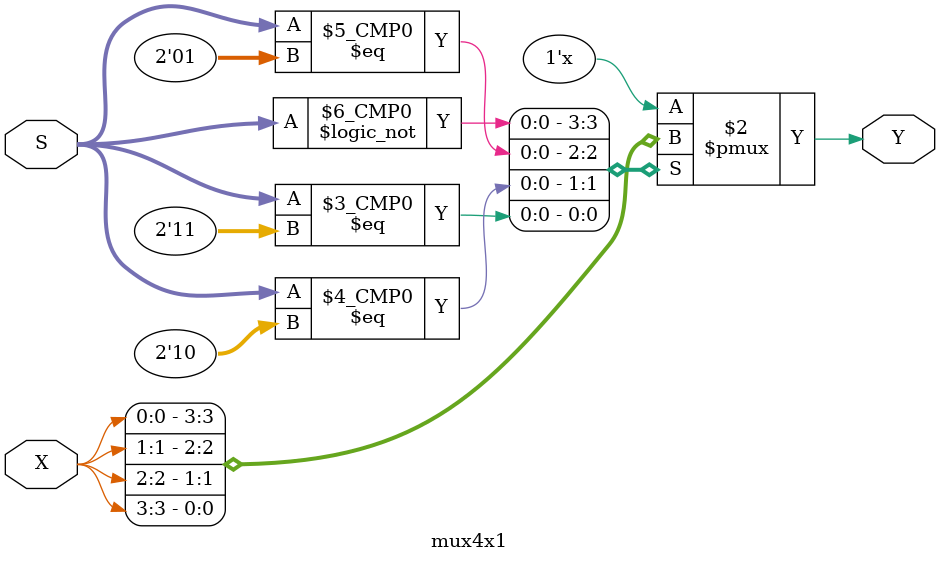
<source format=v>
`timescale 1ns / 1ps


module mux4x1(
    input [3:0] X, //array of four input bits
    input [1:0] S, //Select line
    output reg Y //Output
    );

    always @* 
        case(S)
            2'b00: Y = X[0];
            2'b01: Y = X[1];
            2'b10: Y = X[2];
            2'b11: Y = X[3];
        endcase
endmodule


</source>
